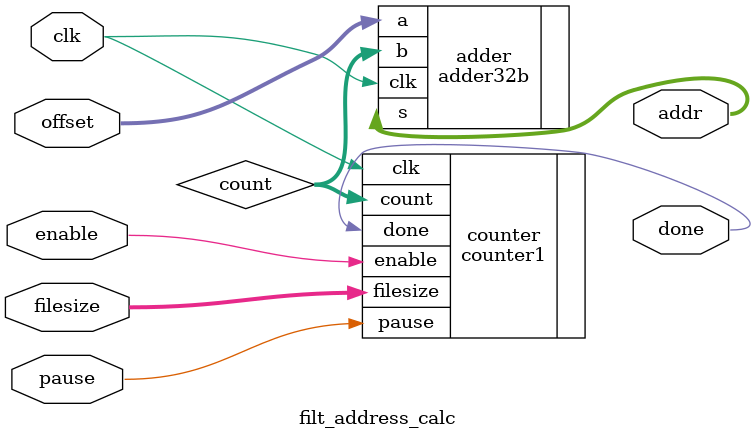
<source format=v>
module filt_address_calc (offset, filesize, enable, pause, clk, addr, done);
	input [31:0] offset, filesize;
	input enable, pause, clk;
	output [31:0] addr;
	output done;
	
	wire [31:0] count;

	counter1 counter (.filesize(filesize),.enable(enable), .pause(pause), .clk(clk),.count(count), .done(done));
	
	adder32b adder (.a(offset), .b(count), .clk(clk), .s(addr));
	
endmodule

</source>
